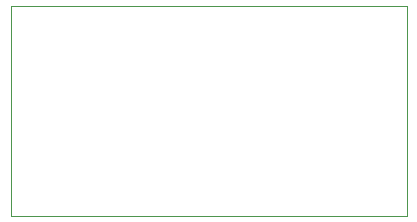
<source format=gm1>
G04 #@! TF.GenerationSoftware,KiCad,Pcbnew,(6.0.10)*
G04 #@! TF.CreationDate,2023-03-12T23:34:18-05:00*
G04 #@! TF.ProjectId,ReverseVoltageProtection_Breakout,52657665-7273-4655-966f-6c7461676550,rev?*
G04 #@! TF.SameCoordinates,Original*
G04 #@! TF.FileFunction,Profile,NP*
%FSLAX46Y46*%
G04 Gerber Fmt 4.6, Leading zero omitted, Abs format (unit mm)*
G04 Created by KiCad (PCBNEW (6.0.10)) date 2023-03-12 23:34:18*
%MOMM*%
%LPD*%
G01*
G04 APERTURE LIST*
G04 #@! TA.AperFunction,Profile*
%ADD10C,0.100000*%
G04 #@! TD*
G04 APERTURE END LIST*
D10*
X84328000Y-104648000D02*
X117856000Y-104648000D01*
X117856000Y-104648000D02*
X117856000Y-122428000D01*
X117856000Y-122428000D02*
X84328000Y-122428000D01*
X84328000Y-122428000D02*
X84328000Y-104648000D01*
M02*

</source>
